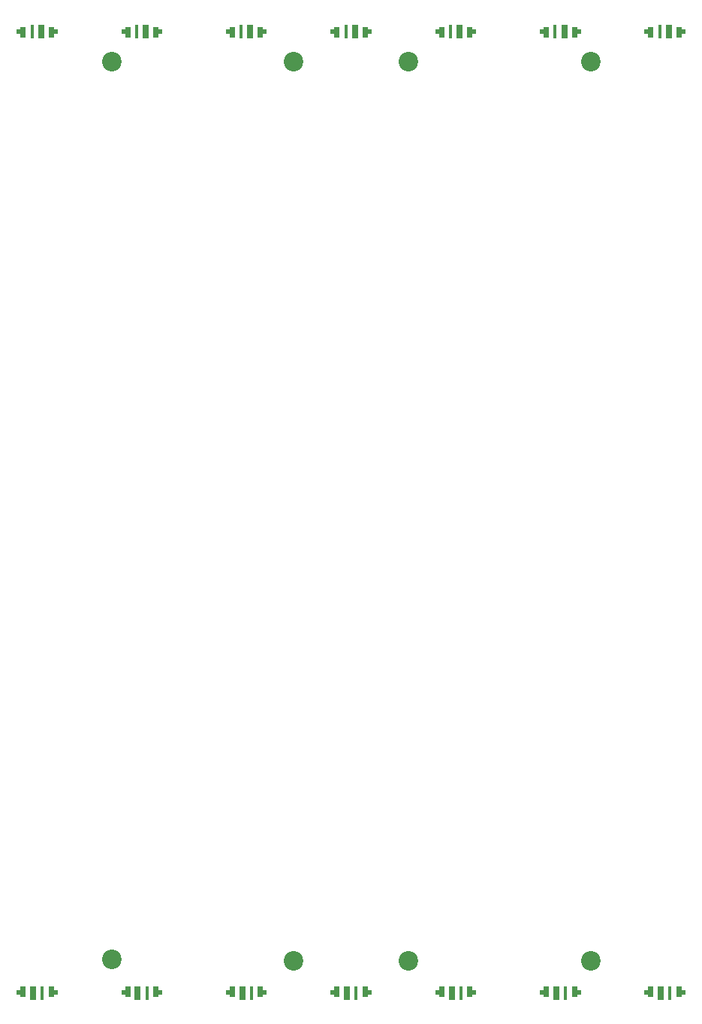
<source format=gbs>
G04 #@! TF.GenerationSoftware,KiCad,Pcbnew,(6.0.10)*
G04 #@! TF.CreationDate,2023-07-31T20:15:46+01:00*
G04 #@! TF.ProjectId,magnetonetouchpad,6d61676e-6574-46f6-9e65-746f75636870,rev?*
G04 #@! TF.SameCoordinates,Original*
G04 #@! TF.FileFunction,Soldermask,Bot*
G04 #@! TF.FilePolarity,Negative*
%FSLAX46Y46*%
G04 Gerber Fmt 4.6, Leading zero omitted, Abs format (unit mm)*
G04 Created by KiCad (PCBNEW (6.0.10)) date 2023-07-31 20:15:46*
%MOMM*%
%LPD*%
G01*
G04 APERTURE LIST*
G04 Aperture macros list*
%AMFreePoly0*
4,1,9,0.500000,-0.600000,-0.050000,-0.600000,-0.050000,-0.350000,-0.500000,-0.350000,-0.500000,0.200000,-0.050000,0.200000,-0.050000,0.600000,0.500000,0.600000,0.500000,-0.600000,0.500000,-0.600000,$1*%
%AMFreePoly1*
4,1,9,0.050000,0.200000,0.500000,0.200000,0.500000,-0.350000,0.050000,-0.350000,0.050000,-0.600000,-0.500000,-0.600000,-0.500000,0.600000,0.050000,0.600000,0.050000,0.200000,0.050000,0.200000,$1*%
G04 Aperture macros list end*
%ADD10C,2.200000*%
%ADD11FreePoly0,180.000000*%
%ADD12R,0.700000X1.487500*%
%ADD13R,0.450000X1.487500*%
%ADD14FreePoly1,180.000000*%
%ADD15FreePoly0,0.000000*%
%ADD16FreePoly1,0.000000*%
G04 APERTURE END LIST*
D10*
X130852985Y-148502124D03*
X143852985Y-148502124D03*
X143852985Y-47236499D03*
X164352985Y-148502124D03*
X110352985Y-47236499D03*
X110352985Y-148359308D03*
X130852985Y-47236499D03*
X164352985Y-47236499D03*
D11*
X103737686Y-43985874D03*
D12*
X102387686Y-43817124D03*
D13*
X101362686Y-43817124D03*
D14*
X100137686Y-43960874D03*
D15*
X100137686Y-151960874D03*
D12*
X101487686Y-152129624D03*
D13*
X102512686Y-152129624D03*
D16*
X103737686Y-151985874D03*
D11*
X174537686Y-43985874D03*
D12*
X173187686Y-43817124D03*
D13*
X172162686Y-43817124D03*
D14*
X170937686Y-43960874D03*
D15*
X111937686Y-151960874D03*
D12*
X113287686Y-152129624D03*
D13*
X114312686Y-152129624D03*
D16*
X115537686Y-151985874D03*
D11*
X127337686Y-43985874D03*
D12*
X125987686Y-43817124D03*
D13*
X124962686Y-43817124D03*
D14*
X123737686Y-43960874D03*
D15*
X135537686Y-151960874D03*
D12*
X136887686Y-152129624D03*
D13*
X137912686Y-152129624D03*
D16*
X139137686Y-151985874D03*
D11*
X139137686Y-43985874D03*
D12*
X137787686Y-43817124D03*
D13*
X136762686Y-43817124D03*
D14*
X135537686Y-43960874D03*
D11*
X150937686Y-43985874D03*
D12*
X149587686Y-43817124D03*
D13*
X148562686Y-43817124D03*
D14*
X147337686Y-43960874D03*
D15*
X123737686Y-151960874D03*
D12*
X125087686Y-152129624D03*
D13*
X126112686Y-152129624D03*
D16*
X127337686Y-151985874D03*
D15*
X170937686Y-151960874D03*
D12*
X172287686Y-152129624D03*
D13*
X173312686Y-152129624D03*
D16*
X174537686Y-151985874D03*
D11*
X162737686Y-43985874D03*
D12*
X161387686Y-43817124D03*
D13*
X160362686Y-43817124D03*
D14*
X159137686Y-43960874D03*
D11*
X115537686Y-43985874D03*
D12*
X114187686Y-43817124D03*
D13*
X113162686Y-43817124D03*
D14*
X111937686Y-43960874D03*
D15*
X147337686Y-151960874D03*
D12*
X148687686Y-152129624D03*
D13*
X149712686Y-152129624D03*
D16*
X150937686Y-151985874D03*
D15*
X159137686Y-151960874D03*
D12*
X160487686Y-152129624D03*
D13*
X161512686Y-152129624D03*
D16*
X162737686Y-151985874D03*
M02*

</source>
